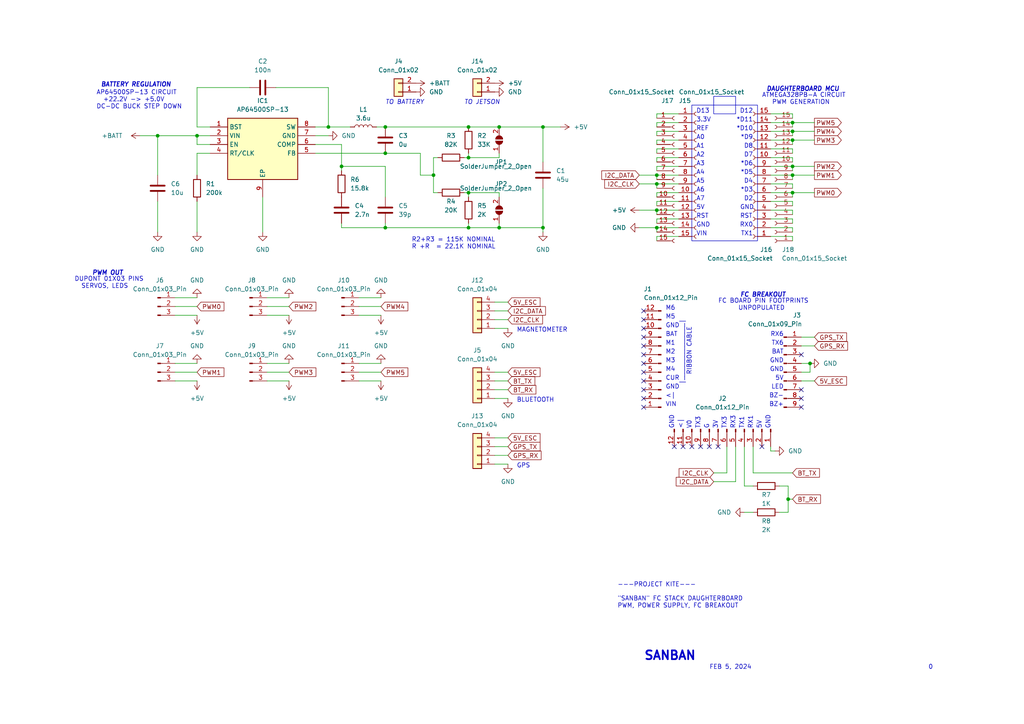
<source format=kicad_sch>
(kicad_sch (version 20230121) (generator eeschema)
  (paper "A4")
  (lib_symbols
    (symbol "Connector:Conn_01x03_Pin" (pin_names (offset 1.016) hide)
      (property "Reference" "J" (at 0 5.08 0))
      (property "Value" "Conn_01x03_Pin" (at 0 -5.08 0))
      (symbol "Conn_01x03_Pin_1_1"
        (polyline (pts (xy 1.27 -2.54) (xy 0.8636 -2.54)) (stroke (width 0.1524)))
        (polyline (pts (xy 1.27 0) (xy 0.8636 0)) (stroke (width 0.1524)))
        (polyline (pts (xy 1.27 2.54) (xy 0.8636 2.54)) (stroke (width 0.1524)))
        (rectangle (start 0.8636 -2.413) (end 0 -2.667) (stroke (width 0.1524)) (fill (type outline)))
        (rectangle (start 0.8636 0.127) (end 0 -0.127) (stroke (width 0.1524)) (fill (type outline)))
        (rectangle (start 0.8636 2.667) (end 0 2.413) (stroke (width 0.1524)) (fill (type outline)))
        (pin passive line (at 5.08 2.54 180) (length 3.81) (name "Pin_1") (number "1"))
        (pin passive line (at 5.08 0 180) (length 3.81) (name "Pin_2") (number "2"))
        (pin passive line (at 5.08 -2.54 180) (length 3.81) (name "Pin_3") (number "3"))
      )
    )
    (symbol "Connector:Conn_01x09_Pin" (pin_names (offset 1.016) hide)
      (property "Reference" "J" (at 0 12.7 0))
      (property "Value" "Conn_01x09_Pin" (at 0 -12.7 0))
      (symbol "Conn_01x09_Pin_1_1"
        (polyline (pts (xy 1.27 -10.16) (xy 0.8636 -10.16)) (stroke (width 0.1524)))
        (polyline (pts (xy 1.27 -7.62) (xy 0.8636 -7.62)) (stroke (width 0.1524)))
        (polyline (pts (xy 1.27 -5.08) (xy 0.8636 -5.08)) (stroke (width 0.1524)))
        (polyline (pts (xy 1.27 -2.54) (xy 0.8636 -2.54)) (stroke (width 0.1524)))
        (polyline (pts (xy 1.27 0) (xy 0.8636 0)) (stroke (width 0.1524)))
        (polyline (pts (xy 1.27 2.54) (xy 0.8636 2.54)) (stroke (width 0.1524)))
        (polyline (pts (xy 1.27 5.08) (xy 0.8636 5.08)) (stroke (width 0.1524)))
        (polyline (pts (xy 1.27 7.62) (xy 0.8636 7.62)) (stroke (width 0.1524)))
        (polyline (pts (xy 1.27 10.16) (xy 0.8636 10.16)) (stroke (width 0.1524)))
        (rectangle (start 0.8636 -10.033) (end 0 -10.287) (stroke (width 0.1524)) (fill (type outline)))
        (rectangle (start 0.8636 -7.493) (end 0 -7.747) (stroke (width 0.1524)) (fill (type outline)))
        (rectangle (start 0.8636 -4.953) (end 0 -5.207) (stroke (width 0.1524)) (fill (type outline)))
        (rectangle (start 0.8636 -2.413) (end 0 -2.667) (stroke (width 0.1524)) (fill (type outline)))
        (rectangle (start 0.8636 0.127) (end 0 -0.127) (stroke (width 0.1524)) (fill (type outline)))
        (rectangle (start 0.8636 2.667) (end 0 2.413) (stroke (width 0.1524)) (fill (type outline)))
        (rectangle (start 0.8636 5.207) (end 0 4.953) (stroke (width 0.1524)) (fill (type outline)))
        (rectangle (start 0.8636 7.747) (end 0 7.493) (stroke (width 0.1524)) (fill (type outline)))
        (rectangle (start 0.8636 10.287) (end 0 10.033) (stroke (width 0.1524)) (fill (type outline)))
        (pin passive line (at 5.08 10.16 180) (length 3.81) (name "Pin_1") (number "1"))
        (pin passive line (at 5.08 7.62 180) (length 3.81) (name "Pin_2") (number "2"))
        (pin passive line (at 5.08 5.08 180) (length 3.81) (name "Pin_3") (number "3"))
        (pin passive line (at 5.08 2.54 180) (length 3.81) (name "Pin_4") (number "4"))
        (pin passive line (at 5.08 0 180) (length 3.81) (name "Pin_5") (number "5"))
        (pin passive line (at 5.08 -2.54 180) (length 3.81) (name "Pin_6") (number "6"))
        (pin passive line (at 5.08 -5.08 180) (length 3.81) (name "Pin_7") (number "7"))
        (pin passive line (at 5.08 -7.62 180) (length 3.81) (name "Pin_8") (number "8"))
        (pin passive line (at 5.08 -10.16 180) (length 3.81) (name "Pin_9") (number "9"))
      )
    )
    (symbol "Connector:Conn_01x12_Pin" (pin_names (offset 1.016) hide)
      (property "Reference" "J" (at 0 15.24 0))
      (property "Value" "Conn_01x12_Pin" (at 0 -17.78 0))
      (symbol "Conn_01x12_Pin_1_1"
        (polyline (pts (xy 1.27 -15.24) (xy 0.8636 -15.24)) (stroke (width 0.1524)))
        (polyline (pts (xy 1.27 -12.7) (xy 0.8636 -12.7)) (stroke (width 0.1524)))
        (polyline (pts (xy 1.27 -10.16) (xy 0.8636 -10.16)) (stroke (width 0.1524)))
        (polyline (pts (xy 1.27 -7.62) (xy 0.8636 -7.62)) (stroke (width 0.1524)))
        (polyline (pts (xy 1.27 -5.08) (xy 0.8636 -5.08)) (stroke (width 0.1524)))
        (polyline (pts (xy 1.27 -2.54) (xy 0.8636 -2.54)) (stroke (width 0.1524)))
        (polyline (pts (xy 1.27 0) (xy 0.8636 0)) (stroke (width 0.1524)))
        (polyline (pts (xy 1.27 2.54) (xy 0.8636 2.54)) (stroke (width 0.1524)))
        (polyline (pts (xy 1.27 5.08) (xy 0.8636 5.08)) (stroke (width 0.1524)))
        (polyline (pts (xy 1.27 7.62) (xy 0.8636 7.62)) (stroke (width 0.1524)))
        (polyline (pts (xy 1.27 10.16) (xy 0.8636 10.16)) (stroke (width 0.1524)))
        (polyline (pts (xy 1.27 12.7) (xy 0.8636 12.7)) (stroke (width 0.1524)))
        (rectangle (start 0.8636 -15.113) (end 0 -15.367) (stroke (width 0.1524)) (fill (type outline)))
        (rectangle (start 0.8636 -12.573) (end 0 -12.827) (stroke (width 0.1524)) (fill (type outline)))
        (rectangle (start 0.8636 -10.033) (end 0 -10.287) (stroke (width 0.1524)) (fill (type outline)))
        (rectangle (start 0.8636 -7.493) (end 0 -7.747) (stroke (width 0.1524)) (fill (type outline)))
        (rectangle (start 0.8636 -4.953) (end 0 -5.207) (stroke (width 0.1524)) (fill (type outline)))
        (rectangle (start 0.8636 -2.413) (end 0 -2.667) (stroke (width 0.1524)) (fill (type outline)))
        (rectangle (start 0.8636 0.127) (end 0 -0.127) (stroke (width 0.1524)) (fill (type outline)))
        (rectangle (start 0.8636 2.667) (end 0 2.413) (stroke (width 0.1524)) (fill (type outline)))
        (rectangle (start 0.8636 5.207) (end 0 4.953) (stroke (width 0.1524)) (fill (type outline)))
        (rectangle (start 0.8636 7.747) (end 0 7.493) (stroke (width 0.1524)) (fill (type outline)))
        (rectangle (start 0.8636 10.287) (end 0 10.033) (stroke (width 0.1524)) (fill (type outline)))
        (rectangle (start 0.8636 12.827) (end 0 12.573) (stroke (width 0.1524)) (fill (type outline)))
        (pin passive line (at 5.08 12.7 180) (length 3.81) (name "Pin_1") (number "1"))
        (pin passive line (at 5.08 -10.16 180) (length 3.81) (name "Pin_10") (number "10"))
        (pin passive line (at 5.08 -12.7 180) (length 3.81) (name "Pin_11") (number "11"))
        (pin passive line (at 5.08 -15.24 180) (length 3.81) (name "Pin_12") (number "12"))
        (pin passive line (at 5.08 10.16 180) (length 3.81) (name "Pin_2") (number "2"))
        (pin passive line (at 5.08 7.62 180) (length 3.81) (name "Pin_3") (number "3"))
        (pin passive line (at 5.08 5.08 180) (length 3.81) (name "Pin_4") (number "4"))
        (pin passive line (at 5.08 2.54 180) (length 3.81) (name "Pin_5") (number "5"))
        (pin passive line (at 5.08 0 180) (length 3.81) (name "Pin_6") (number "6"))
        (pin passive line (at 5.08 -2.54 180) (length 3.81) (name "Pin_7") (number "7"))
        (pin passive line (at 5.08 -5.08 180) (length 3.81) (name "Pin_8") (number "8"))
        (pin passive line (at 5.08 -7.62 180) (length 3.81) (name "Pin_9") (number "9"))
      )
    )
    (symbol "Connector:Conn_01x15_Socket" (pin_names (offset 1.016) hide)
      (property "Reference" "J" (at 0 20.32 0))
      (property "Value" "Conn_01x15_Socket" (at 0 -20.32 0))
      (symbol "Conn_01x15_Socket_1_1"
        (arc (start 0 -17.272) (mid -0.5058 -17.78) (end 0 -18.288) (stroke (width 0.1524)))
        (arc (start 0 -14.732) (mid -0.5058 -15.24) (end 0 -15.748) (stroke (width 0.1524)))
        (arc (start 0 -12.192) (mid -0.5058 -12.7) (end 0 -13.208) (stroke (width 0.1524)))
        (arc (start 0 -9.652) (mid -0.5058 -10.16) (end 0 -10.668) (stroke (width 0.1524)))
        (arc (start 0 -7.112) (mid -0.5058 -7.62) (end 0 -8.128) (stroke (width 0.1524)))
        (arc (start 0 -4.572) (mid -0.5058 -5.08) (end 0 -5.588) (stroke (width 0.1524)))
        (arc (start 0 -2.032) (mid -0.5058 -2.54) (end 0 -3.048) (stroke (width 0.1524)))
        (polyline (pts (xy -1.27 -17.78) (xy -0.508 -17.78)) (stroke (width 0.1524)))
        (polyline (pts (xy -1.27 -15.24) (xy -0.508 -15.24)) (stroke (width 0.1524)))
        (polyline (pts (xy -1.27 -12.7) (xy -0.508 -12.7)) (stroke (width 0.1524)))
        (polyline (pts (xy -1.27 -10.16) (xy -0.508 -10.16)) (stroke (width 0.1524)))
        (polyline (pts (xy -1.27 -7.62) (xy -0.508 -7.62)) (stroke (width 0.1524)))
        (polyline (pts (xy -1.27 -5.08) (xy -0.508 -5.08)) (stroke (width 0.1524)))
        (polyline (pts (xy -1.27 -2.54) (xy -0.508 -2.54)) (stroke (width 0.1524)))
        (polyline (pts (xy -1.27 0) (xy -0.508 0)) (stroke (width 0.1524)))
        (polyline (pts (xy -1.27 2.54) (xy -0.508 2.54)) (stroke (width 0.1524)))
        (polyline (pts (xy -1.27 5.08) (xy -0.508 5.08)) (stroke (width 0.1524)))
        (polyline (pts (xy -1.27 7.62) (xy -0.508 7.62)) (stroke (width 0.1524)))
        (polyline (pts (xy -1.27 10.16) (xy -0.508 10.16)) (stroke (width 0.1524)))
        (polyline (pts (xy -1.27 12.7) (xy -0.508 12.7)) (stroke (width 0.1524)))
        (polyline (pts (xy -1.27 15.24) (xy -0.508 15.24)) (stroke (width 0.1524)))
        (polyline (pts (xy -1.27 17.78) (xy -0.508 17.78)) (stroke (width 0.1524)))
        (arc (start 0 0.508) (mid -0.5058 0) (end 0 -0.508) (stroke (width 0.1524)))
        (arc (start 0 3.048) (mid -0.5058 2.54) (end 0 2.032) (stroke (width 0.1524)))
        (arc (start 0 5.588) (mid -0.5058 5.08) (end 0 4.572) (stroke (width 0.1524)))
        (arc (start 0 8.128) (mid -0.5058 7.62) (end 0 7.112) (stroke (width 0.1524)))
        (arc (start 0 10.668) (mid -0.5058 10.16) (end 0 9.652) (stroke (width 0.1524)))
        (arc (start 0 13.208) (mid -0.5058 12.7) (end 0 12.192) (stroke (width 0.1524)))
        (arc (start 0 15.748) (mid -0.5058 15.24) (end 0 14.732) (stroke (width 0.1524)))
        (arc (start 0 18.288) (mid -0.5058 17.78) (end 0 17.272) (stroke (width 0.1524)))
        (pin passive line (at -5.08 17.78 0) (length 3.81) (name "Pin_1") (number "1"))
        (pin passive line (at -5.08 -5.08 0) (length 3.81) (name "Pin_10") (number "10"))
        (pin passive line (at -5.08 -7.62 0) (length 3.81) (name "Pin_11") (number "11"))
        (pin passive line (at -5.08 -10.16 0) (length 3.81) (name "Pin_12") (number "12"))
        (pin passive line (at -5.08 -12.7 0) (length 3.81) (name "Pin_13") (number "13"))
        (pin passive line (at -5.08 -15.24 0) (length 3.81) (name "Pin_14") (number "14"))
        (pin passive line (at -5.08 -17.78 0) (length 3.81) (name "Pin_15") (number "15"))
        (pin passive line (at -5.08 15.24 0) (length 3.81) (name "Pin_2") (number "2"))
        (pin passive line (at -5.08 12.7 0) (length 3.81) (name "Pin_3") (number "3"))
        (pin passive line (at -5.08 10.16 0) (length 3.81) (name "Pin_4") (number "4"))
        (pin passive line (at -5.08 7.62 0) (length 3.81) (name "Pin_5") (number "5"))
        (pin passive line (at -5.08 5.08 0) (length 3.81) (name "Pin_6") (number "6"))
        (pin passive line (at -5.08 2.54 0) (length 3.81) (name "Pin_7") (number "7"))
        (pin passive line (at -5.08 0 0) (length 3.81) (name "Pin_8") (number "8"))
        (pin passive line (at -5.08 -2.54 0) (length 3.81) (name "Pin_9") (number "9"))
      )
    )
    (symbol "Connector_Generic:Conn_01x02" (pin_names (offset 1.016) hide)
      (property "Reference" "J" (at 0 2.54 0))
      (property "Value" "Conn_01x02" (at 0 -5.08 0))
      (symbol "Conn_01x02_1_1"
        (rectangle (start -1.27 -2.413) (end 0 -2.667) (stroke (width 0.1524)))
        (rectangle (start -1.27 0.127) (end 0 -0.127) (stroke (width 0.1524)))
        (rectangle (start -1.27 1.27) (end 1.27 -3.81) (stroke (width 0.254)) (fill (type background)))
        (pin passive line (at -5.08 0 0) (length 3.81) (name "Pin_1") (number "1"))
        (pin passive line (at -5.08 -2.54 0) (length 3.81) (name "Pin_2") (number "2"))
      )
    )
    (symbol "Connector_Generic:Conn_01x04" (pin_names (offset 1.016) hide)
      (property "Reference" "J" (at 0 5.08 0))
      (property "Value" "Conn_01x04" (at 0 -7.62 0))
      (symbol "Conn_01x04_1_1"
        (rectangle (start -1.27 -4.953) (end 0 -5.207) (stroke (width 0.1524)))
        (rectangle (start -1.27 -2.413) (end 0 -2.667) (stroke (width 0.1524)))
        (rectangle (start -1.27 0.127) (end 0 -0.127) (stroke (width 0.1524)))
        (rectangle (start -1.27 2.667) (end 0 2.413) (stroke (width 0.1524)))
        (rectangle (start -1.27 3.81) (end 1.27 -6.35) (stroke (width 0.254)) (fill (type background)))
        (pin passive line (at -5.08 2.54 0) (length 3.81) (name "Pin_1") (number "1"))
        (pin passive line (at -5.08 0 0) (length 3.81) (name "Pin_2") (number "2"))
        (pin passive line (at -5.08 -2.54 0) (length 3.81) (name "Pin_3") (number "3"))
        (pin passive line (at -5.08 -5.08 0) (length 3.81) (name "Pin_4") (number "4"))
      )
    )
    (symbol "Device:C" (pin_numbers hide) (pin_names (offset 0.254))
      (property "Reference" "C" (at 0.635 2.54 0))
      (property "Value" "C" (at 0.635 -2.54 0))
      (symbol "C_0_1"
        (polyline (pts (xy -2.032 -0.762) (xy 2.032 -0.762)) (stroke (width 0.508)))
        (polyline (pts (xy -2.032 0.762) (xy 2.032 0.762)) (stroke (width 0.508)))
      )
      (symbol "C_1_1"
        (pin passive line (at 0 3.81 270) (length 2.794) (name "~") (number "1"))
        (pin passive line (at 0 -3.81 90) (length 2.794) (name "~") (number "2"))
      )
    )
    (symbol "Device:L" (pin_numbers hide) (pin_names (offset 1.016) hide)
      (property "Reference" "L" (at -1.27 0 90))
      (property "Value" "L" (at 1.905 0 90))
      (symbol "L_0_1"
        (arc (start 0 -2.54) (mid 0.6323 -1.905) (end 0 -1.27))
        (arc (start 0 -1.27) (mid 0.6323 -0.635) (end 0 0))
        (arc (start 0 0) (mid 0.6323 0.635) (end 0 1.27))
        (arc (start 0 1.27) (mid 0.6323 1.905) (end 0 2.54))
      )
      (symbol "L_1_1"
        (pin passive line (at 0 3.81 270) (length 1.27) (name "1") (number "1"))
        (pin passive line (at 0 -3.81 90) (length 1.27) (name "2") (number "2"))
      )
    )
    (symbol "Device:R" (pin_numbers hide) (pin_names (offset 0))
      (property "Reference" "R" (at 2.032 0 90))
      (property "Value" "R" (at 0 0 90))
      (symbol "R_0_1"
        (rectangle (start -1.016 -2.54) (end 1.016 2.54) (stroke (width 0.254)))
      )
      (symbol "R_1_1"
        (pin passive line (at 0 3.81 270) (length 1.27) (name "~") (number "1"))
        (pin passive line (at 0 -3.81 90) (length 1.27) (name "~") (number "2"))
      )
    )
    (symbol "Jumper:SolderJumper_2_Open" (pin_names (offset 0) hide)
      (property "Reference" "JP" (at 0 2.032 0))
      (property "Value" "SolderJumper_2_Open" (at 0 -2.54 0))
      (symbol "SolderJumper_2_Open_0_1"
        (arc (start -0.254 1.016) (mid -1.2656 0) (end -0.254 -1.016))
        (arc (start -0.254 1.016) (mid -1.2656 0) (end -0.254 -1.016) (fill (type outline)))
        (polyline (pts (xy -0.254 1.016) (xy -0.254 -1.016)))
        (polyline (pts (xy 0.254 1.016) (xy 0.254 -1.016)))
        (arc (start 0.254 -1.016) (mid 1.2656 0) (end 0.254 1.016))
        (arc (start 0.254 -1.016) (mid 1.2656 0) (end 0.254 1.016) (fill (type outline)))
      )
      (symbol "SolderJumper_2_Open_1_1"
        (pin passive line (at -3.81 0 0) (length 2.54) (name "A") (number "1"))
        (pin passive line (at 3.81 0 180) (length 2.54) (name "B") (number "2"))
      )
    )
    (symbol "SanBanLibrary:AP64500SP-13"
      (property "Reference" "IC" (at 26.67 7.62 0))
      (property "Value" "AP64500SP-13" (at 26.67 5.08 0))
      (symbol "AP64500SP-13_1_1"
        (rectangle (start 5.08 2.54) (end 25.4 -15.24) (stroke (width 0.254)) (fill (type background)))
        (pin passive line (at 0 0 0) (length 5.08) (name "BST") (number "1"))
        (pin passive line (at 0 -2.54 0) (length 5.08) (name "VIN") (number "2"))
        (pin passive line (at 0 -5.08 0) (length 5.08) (name "EN") (number "3"))
        (pin passive line (at 0 -7.62 0) (length 5.08) (name "RT/CLK") (number "4"))
        (pin passive line (at 30.48 -7.62 180) (length 5.08) (name "FB") (number "5"))
        (pin passive line (at 30.48 -5.08 180) (length 5.08) (name "COMP") (number "6"))
        (pin passive line (at 30.48 -2.54 180) (length 5.08) (name "GND") (number "7"))
        (pin passive line (at 30.48 0 180) (length 5.08) (name "SW") (number "8"))
        (pin passive line (at 15.24 -20.32 90) (length 5.08) (name "EP") (number "9"))
      )
    )
    (symbol "power:+5V" (power) (pin_names (offset 0))
      (property "Value" "+5V" (at 0 3.556 0))
      (symbol "+5V_0_1"
        (polyline (pts (xy -0.762 1.27) (xy 0 2.54)))
        (polyline (pts (xy 0 0) (xy 0 2.54)))
        (polyline (pts (xy 0 2.54) (xy 0.762 1.27)))
      )
      (symbol "+5V_1_1"
        (pin power_in line (at 0 0 90) (length 0) hide (name "+5V") (number "1"))
      )
    )
    (symbol "power:+BATT" (power) (pin_names (offset 0))
      (property "Value" "+BATT" (at 0 3.556 0))
      (symbol "+BATT_0_1"
        (polyline (pts (xy -0.762 1.27) (xy 0 2.54)))
        (polyline (pts (xy 0 0) (xy 0 2.54)))
        (polyline (pts (xy 0 2.54) (xy 0.762 1.27)))
      )
      (symbol "+BATT_1_1"
        (pin power_in line (at 0 0 90) (length 0) hide (name "+BATT") (number "1"))
      )
    )
    (symbol "power:GND" (power) (pin_names (offset 0))
      (property "Value" "GND" (at 0 -3.81 0))
      (symbol "GND_0_1"
        (polyline (pts (xy 0 0) (xy 0 -1.27) (xy 1.27 -1.27) (xy 0 -2.54) (xy -1.27 -1.27) (xy 0 -1.27)))
      )
      (symbol "GND_1_1"
        (pin power_in line (at 0 0 270) (length 0) hide (name "GND") (number "1"))
      )
    )
  )
  (junction (at 111.76 36.83))
  (junction (at 99.06 48.26))
  (junction (at 111.76 44.45))
  (junction (at 190.5 66.04))
  (junction (at 190.5 50.8))
  (junction (at 229.87 55.88))
  (junction (at 135.89 45.72))
  (junction (at 229.87 50.8))
  (junction (at 135.89 36.83))
  (junction (at 111.76 66.04))
  (junction (at 229.87 40.64))
  (junction (at 135.89 66.04))
  (junction (at 190.5 60.96))
  (junction (at 144.78 36.83))
  (junction (at 144.78 66.04))
  (junction (at 57.15 39.37))
  (junction (at 229.87 38.1))
  (junction (at 45.72 39.37))
  (junction (at 157.48 36.83))
  (junction (at 229.87 48.26))
  (junction (at 125.73 50.8))
  (junction (at 229.87 35.56))
  (junction (at 234.95 105.41))
  (junction (at 157.48 66.04))
  (junction (at 135.89 55.88))
  (junction (at 228.6 144.78))
  (junction (at 190.5 53.34))
  (junction (at 95.25 36.83))
  (no_connect (at 186.69 107.95))
  (no_connect (at 198.12 129.54))
  (no_connect (at 220.98 129.54))
  (no_connect (at 186.69 115.57))
  (no_connect (at 232.41 102.87))
  (no_connect (at 186.69 105.41))
  (no_connect (at 200.66 129.54))
  (no_connect (at 208.28 129.54))
  (no_connect (at 186.69 92.71))
  (no_connect (at 205.74 129.54))
  (no_connect (at 186.69 118.11))
  (no_connect (at 186.69 100.33))
  (no_connect (at 186.69 90.17))
  (no_connect (at 186.69 102.87))
  (no_connect (at 186.69 113.03))
  (no_connect (at 195.58 129.54))
  (no_connect (at 203.2 129.54))
  (no_connect (at 186.69 95.25))
  (no_connect (at 232.41 113.03))
  (no_connect (at 232.41 115.57))
  (no_connect (at 186.69 110.49))
  (no_connect (at 186.69 97.79))
  (no_connect (at 232.41 118.11))
  (wire (pts (xy 228.6 144.78) (xy 229.87 144.78)))
  (wire (pts (xy 135.89 44.45) (xy 135.89 45.72)))
  (wire (pts (xy 144.78 64.77) (xy 144.78 66.04)))
  (wire (pts (xy 196.85 45.72) (xy 190.5 45.72)))
  (wire (pts (xy 143.51 87.63) (xy 147.32 87.63)))
  (wire (pts (xy 229.87 53.34) (xy 223.52 53.34)))
  (wire (pts (xy 196.85 55.88) (xy 190.5 55.88)))
  (wire (pts (xy 234.95 105.41) (xy 234.95 107.95)))
  (wire (pts (xy 57.15 41.91) (xy 60.96 41.91)))
  (wire (pts (xy 50.8 86.36) (xy 57.15 86.36)))
  (wire (pts (xy 210.82 129.54) (xy 210.82 137.16)))
  (wire (pts (xy 213.36 139.7) (xy 207.01 139.7)))
  (wire (pts (xy 190.5 55.88) (xy 190.5 57.15)))
  (wire (pts (xy 91.44 44.45) (xy 111.76 44.45)))
  (wire (pts (xy 185.42 60.96) (xy 190.5 60.96)))
  (wire (pts (xy 45.72 39.37) (xy 45.72 50.8)))
  (wire (pts (xy 91.44 39.37) (xy 95.25 39.37)))
  (wire (pts (xy 157.48 36.83) (xy 162.56 36.83)))
  (wire (pts (xy 144.78 44.45) (xy 144.78 45.72)))
  (wire (pts (xy 143.51 107.95) (xy 147.32 107.95)))
  (wire (pts (xy 50.8 91.44) (xy 57.15 91.44)))
  (wire (pts (xy 218.44 137.16) (xy 218.44 129.54)))
  (wire (pts (xy 104.14 91.44) (xy 110.49 91.44)))
  (wire (pts (xy 104.14 86.36) (xy 110.49 86.36)))
  (wire (pts (xy 57.15 58.42) (xy 57.15 67.31)))
  (wire (pts (xy 190.5 60.96) (xy 190.5 62.23)))
  (wire (pts (xy 40.64 39.37) (xy 45.72 39.37)))
  (wire (pts (xy 125.73 45.72) (xy 125.73 50.8)))
  (wire (pts (xy 196.85 50.8) (xy 190.5 50.8)))
  (wire (pts (xy 104.14 88.9) (xy 110.49 88.9)))
  (wire (pts (xy 229.87 60.96) (xy 229.87 62.23)))
  (wire (pts (xy 223.52 66.04) (xy 229.87 66.04)))
  (wire (pts (xy 143.51 115.57) (xy 147.32 115.57)))
  (wire (pts (xy 228.6 140.97) (xy 228.6 144.78)))
  (wire (pts (xy 226.06 148.59) (xy 228.6 148.59)))
  (wire (pts (xy 45.72 58.42) (xy 45.72 67.31)))
  (wire (pts (xy 213.36 129.54) (xy 213.36 139.7)))
  (wire (pts (xy 135.89 55.88) (xy 134.62 55.88)))
  (wire (pts (xy 215.9 148.59) (xy 218.44 148.59)))
  (wire (pts (xy 109.22 36.83) (xy 111.76 36.83)))
  (wire (pts (xy 144.78 57.15) (xy 144.78 55.88)))
  (wire (pts (xy 121.92 50.8) (xy 125.73 50.8)))
  (wire (pts (xy 143.51 110.49) (xy 147.32 110.49)))
  (wire (pts (xy 134.62 45.72) (xy 135.89 45.72)))
  (wire (pts (xy 232.41 97.79) (xy 236.22 97.79)))
  (wire (pts (xy 77.47 91.44) (xy 83.82 91.44)))
  (wire (pts (xy 196.85 63.5) (xy 190.5 63.5)))
  (wire (pts (xy 223.52 129.54) (xy 223.52 130.81)))
  (wire (pts (xy 77.47 105.41) (xy 83.82 105.41)))
  (wire (pts (xy 77.47 107.95) (xy 83.82 107.95)))
  (wire (pts (xy 57.15 39.37) (xy 60.96 39.37)))
  (wire (pts (xy 143.51 113.03) (xy 147.32 113.03)))
  (wire (pts (xy 226.06 140.97) (xy 228.6 140.97)))
  (wire (pts (xy 223.52 50.8) (xy 229.87 50.8)))
  (wire (pts (xy 223.52 48.26) (xy 229.87 48.26)))
  (wire (pts (xy 135.89 64.77) (xy 135.89 66.04)))
  (wire (pts (xy 125.73 55.88) (xy 127 55.88)))
  (wire (pts (xy 111.76 64.77) (xy 111.76 66.04)))
  (wire (pts (xy 229.87 50.8) (xy 229.87 52.07)))
  (wire (pts (xy 229.87 137.16) (xy 218.44 137.16)))
  (wire (pts (xy 104.14 110.49) (xy 110.49 110.49)))
  (wire (pts (xy 232.41 100.33) (xy 236.22 100.33)))
  (wire (pts (xy 57.15 36.83) (xy 60.96 36.83)))
  (wire (pts (xy 232.41 107.95) (xy 234.95 107.95)))
  (wire (pts (xy 144.78 36.83) (xy 157.48 36.83)))
  (wire (pts (xy 157.48 36.83) (xy 157.48 46.99)))
  (wire (pts (xy 111.76 44.45) (xy 121.92 44.45)))
  (wire (pts (xy 196.85 40.64) (xy 190.5 40.64)))
  (wire (pts (xy 229.87 45.72) (xy 229.87 46.99)))
  (wire (pts (xy 190.5 63.5) (xy 190.5 64.77)))
  (wire (pts (xy 127 45.72) (xy 125.73 45.72)))
  (wire (pts (xy 144.78 66.04) (xy 157.48 66.04)))
  (wire (pts (xy 91.44 36.83) (xy 95.25 36.83)))
  (wire (pts (xy 99.06 48.26) (xy 99.06 49.53)))
  (wire (pts (xy 223.52 40.64) (xy 229.87 40.64)))
  (wire (pts (xy 135.89 57.15) (xy 135.89 55.88)))
  (wire (pts (xy 144.78 45.72) (xy 135.89 45.72)))
  (wire (pts (xy 196.85 60.96) (xy 190.5 60.96)))
  (wire (pts (xy 196.85 38.1) (xy 190.5 38.1)))
  (wire (pts (xy 223.52 33.02) (xy 229.87 33.02)))
  (wire (pts (xy 185.42 66.04) (xy 190.5 66.04)))
  (wire (pts (xy 104.14 105.41) (xy 110.49 105.41)))
  (wire (pts (xy 229.87 54.61) (xy 229.87 53.34)))
  (wire (pts (xy 223.52 58.42) (xy 229.87 58.42)))
  (wire (pts (xy 215.9 129.54) (xy 215.9 140.97)))
  (wire (pts (xy 190.5 38.1) (xy 190.5 39.37)))
  (wire (pts (xy 157.48 54.61) (xy 157.48 66.04)))
  (wire (pts (xy 143.51 134.62) (xy 147.32 134.62)))
  (wire (pts (xy 185.42 53.34) (xy 190.5 53.34)))
  (wire (pts (xy 190.5 50.8) (xy 190.5 52.07)))
  (wire (pts (xy 99.06 66.04) (xy 111.76 66.04)))
  (wire (pts (xy 223.52 38.1) (xy 229.87 38.1)))
  (wire (pts (xy 57.15 25.4) (xy 57.15 36.83)))
  (wire (pts (xy 57.15 44.45) (xy 57.15 50.8)))
  (wire (pts (xy 229.87 50.8) (xy 236.22 50.8)))
  (wire (pts (xy 121.92 44.45) (xy 121.92 50.8)))
  (wire (pts (xy 196.85 68.58) (xy 190.5 68.58)))
  (wire (pts (xy 135.89 66.04) (xy 144.78 66.04)))
  (wire (pts (xy 229.87 38.1) (xy 236.22 38.1)))
  (wire (pts (xy 185.42 50.8) (xy 190.5 50.8)))
  (wire (pts (xy 111.76 66.04) (xy 135.89 66.04)))
  (wire (pts (xy 99.06 48.26) (xy 111.76 48.26)))
  (wire (pts (xy 190.5 58.42) (xy 190.5 59.69)))
  (wire (pts (xy 57.15 39.37) (xy 57.15 41.91)))
  (wire (pts (xy 228.6 148.59) (xy 228.6 144.78)))
  (wire (pts (xy 143.51 95.25) (xy 147.32 95.25)))
  (wire (pts (xy 223.52 60.96) (xy 229.87 60.96)))
  (wire (pts (xy 215.9 140.97) (xy 218.44 140.97)))
  (wire (pts (xy 229.87 55.88) (xy 229.87 57.15)))
  (wire (pts (xy 223.52 130.81) (xy 224.79 130.81)))
  (wire (pts (xy 95.25 36.83) (xy 101.6 36.83)))
  (wire (pts (xy 232.41 105.41) (xy 234.95 105.41)))
  (wire (pts (xy 229.87 38.1) (xy 229.87 39.37)))
  (wire (pts (xy 190.5 68.58) (xy 190.5 69.85)))
  (wire (pts (xy 196.85 66.04) (xy 190.5 66.04)))
  (wire (pts (xy 143.51 90.17) (xy 147.32 90.17)))
  (wire (pts (xy 125.73 50.8) (xy 125.73 55.88)))
  (wire (pts (xy 190.5 43.18) (xy 190.5 44.45)))
  (wire (pts (xy 196.85 35.56) (xy 190.5 35.56)))
  (wire (pts (xy 196.85 43.18) (xy 190.5 43.18)))
  (wire (pts (xy 135.89 36.83) (xy 144.78 36.83)))
  (wire (pts (xy 223.52 35.56) (xy 229.87 35.56)))
  (wire (pts (xy 50.8 105.41) (xy 57.15 105.41)))
  (wire (pts (xy 229.87 40.64) (xy 236.22 40.64)))
  (wire (pts (xy 190.5 48.26) (xy 190.5 49.53)))
  (wire (pts (xy 190.5 40.64) (xy 190.5 41.91)))
  (wire (pts (xy 190.5 33.02) (xy 190.5 34.29)))
  (wire (pts (xy 111.76 36.83) (xy 135.89 36.83)))
  (wire (pts (xy 77.47 110.49) (xy 83.82 110.49)))
  (wire (pts (xy 229.87 58.42) (xy 229.87 59.69)))
  (wire (pts (xy 190.5 53.34) (xy 190.5 54.61)))
  (wire (pts (xy 143.51 92.71) (xy 147.32 92.71)))
  (wire (pts (xy 143.51 129.54) (xy 147.32 129.54)))
  (wire (pts (xy 190.5 35.56) (xy 190.5 36.83)))
  (wire (pts (xy 50.8 107.95) (xy 57.15 107.95)))
  (wire (pts (xy 190.5 66.04) (xy 190.5 67.31)))
  (wire (pts (xy 77.47 86.36) (xy 83.82 86.36)))
  (wire (pts (xy 60.96 44.45) (xy 57.15 44.45)))
  (wire (pts (xy 190.5 45.72) (xy 190.5 46.99)))
  (wire (pts (xy 104.14 107.95) (xy 110.49 107.95)))
  (wire (pts (xy 72.39 25.4) (xy 57.15 25.4)))
  (wire (pts (xy 99.06 41.91) (xy 99.06 48.26)))
  (wire (pts (xy 143.51 127) (xy 147.32 127)))
  (wire (pts (xy 229.87 63.5) (xy 229.87 64.77)))
  (wire (pts (xy 229.87 33.02) (xy 229.87 34.29)))
  (wire (pts (xy 229.87 68.58) (xy 229.87 69.85)))
  (wire (pts (xy 229.87 40.64) (xy 229.87 41.91)))
  (wire (pts (xy 232.41 110.49) (xy 236.22 110.49)))
  (wire (pts (xy 229.87 35.56) (xy 236.22 35.56)))
  (wire (pts (xy 196.85 58.42) (xy 190.5 58.42)))
  (wire (pts (xy 223.52 43.18) (xy 229.87 43.18)))
  (wire (pts (xy 157.48 67.31) (xy 157.48 66.04)))
  (wire (pts (xy 196.85 33.02) (xy 190.5 33.02)))
  (wire (pts (xy 80.01 25.4) (xy 95.25 25.4)))
  (wire (pts (xy 229.87 44.45) (xy 229.87 43.18)))
  (wire (pts (xy 50.8 88.9) (xy 57.15 88.9)))
  (wire (pts (xy 91.44 41.91) (xy 99.06 41.91)))
  (wire (pts (xy 99.06 64.77) (xy 99.06 66.04)))
  (wire (pts (xy 223.52 68.58) (xy 229.87 68.58)))
  (wire (pts (xy 50.8 110.49) (xy 57.15 110.49)))
  (wire (pts (xy 95.25 25.4) (xy 95.25 36.83)))
  (wire (pts (xy 229.87 55.88) (xy 236.22 55.88)))
  (wire (pts (xy 229.87 48.26) (xy 236.22 48.26)))
  (wire (pts (xy 229.87 66.04) (xy 229.87 67.31)))
  (wire (pts (xy 45.72 39.37) (xy 57.15 39.37)))
  (wire (pts (xy 111.76 48.26) (xy 111.76 57.15)))
  (wire (pts (xy 229.87 48.26) (xy 229.87 49.53)))
  (wire (pts (xy 223.52 45.72) (xy 229.87 45.72)))
  (wire (pts (xy 196.85 53.34) (xy 190.5 53.34)))
  (wire (pts (xy 76.2 67.31) (xy 76.2 57.15)))
  (wire (pts (xy 223.52 55.88) (xy 229.87 55.88)))
  (wire (pts (xy 143.51 132.08) (xy 147.32 132.08)))
  (wire (pts (xy 210.82 137.16) (xy 207.01 137.16)))
  (wire (pts (xy 196.85 48.26) (xy 190.5 48.26)))
  (wire (pts (xy 229.87 35.56) (xy 229.87 36.83)))
  (wire (pts (xy 223.52 63.5) (xy 229.87 63.5)))
  (wire (pts (xy 77.47 88.9) (xy 83.82 88.9)))
  (wire (pts (xy 144.78 55.88) (xy 135.89 55.88)))
  (rectangle (start 207.01 27.94) (end 213.36 33.02))
  (rectangle (start 200.66 30.48) (end 219.71 69.85))
  (text "M6" (at 193.04 90.17 0) (effects (font (size 1.27 1.27)) (justify left bottom)))
  (text "*D9" (at 218.44 40.64 0) (effects (font (size 1.27 1.27)) (justify right bottom)))
  (text "M4" (at 193.04 107.95 0) (effects (font (size 1.27 1.27)) (justify left bottom)))
  (text "TX3" (at 203.2 124.46 90) (effects (font (size 1.27 1.27)) (justify left bottom)))
  (text "GPS" (at 149.86 135.89 0) (effects (font (size 1.27 1.27)) (justify left bottom)))
  (text "R2+R3 = 115K NOMINAL\nR +R  = 22.1K NOMINAL" (at 119.38 72.39 0) (effects (font (size 1.27 1.27)) (justify left bottom)))
  (text "0" (at 269.24 194.31 0) (effects (font (size 1.27 1.27)) (justify left bottom)))
  (text "GND" (at 193.04 113.03 0) (effects (font (size 1.27 1.27)) (justify left bottom)))
  (text "DUPONT 01X03 PINS\n  SERVOS, LEDS" (at 21.59 83.82 0) (effects (font (size 1.27 1.27)) (justify left bottom)))
  (text "3.3V" (at 201.93 35.56 0) (effects (font (size 1.27 1.27)) (justify left bottom)))
  (text "MAGNETOMETER" (at 149.86 96.52 0) (effects (font (size 1.27 1.27)) (justify left bottom)))
  (text "*D11" (at 218.44 35.56 0) (effects (font (size 1.27 1.27)) (justify right bottom)))
  (text "D8" (at 218.44 43.18 0) (effects (font (size 1.27 1.27)) (justify right bottom)))
  (text "CUR" (at 193.04 110.49 0) (effects (font (size 1.27 1.27)) (justify left bottom)))
  (text "M5" (at 193.04 92.71 0) (effects (font (size 1.27 1.27)) (justify left bottom)))
  (text "GND" (at 195.58 124.46 90) (effects (font (size 1.27 1.27)) (justify left bottom)))
  (text "LED" (at 227.33 113.03 0) (effects (font (size 1.27 1.27)) (justify right bottom)))
  (text "RX6" (at 227.33 97.79 0) (effects (font (size 1.27 1.27)) (justify right bottom)))
  (text "D7" (at 218.44 45.72 0) (effects (font (size 1.27 1.27)) (justify right bottom)))
  (text "*D5" (at 218.44 50.8 0) (effects (font (size 1.27 1.27)) (justify right bottom)))
  (text "A0" (at 201.93 40.64 0) (effects (font (size 1.27 1.27)) (justify left bottom)))
  (text "RST" (at 214.63 63.5 0) (effects (font (size 1.27 1.27)) (justify left bottom)))
  (text "GND" (at 227.33 107.95 0) (effects (font (size 1.27 1.27)) (justify right bottom)))
  (text "5V" (at 201.93 60.96 0) (effects (font (size 1.27 1.27)) (justify left bottom)))
  (text "A2" (at 201.93 45.72 0) (effects (font (size 1.27 1.27)) (justify left bottom)))
  (text "BAT" (at 227.33 102.87 0) (effects (font (size 1.27 1.27)) (justify right bottom)))
  (text "A6" (at 201.93 55.88 0) (effects (font (size 1.27 1.27)) (justify left bottom)))
  (text "|_________________|\n   RIBBON CABLE\n" (at 200.66 111.76 90) (effects (font (size 1.27 1.27)) (justify left bottom)))
  (text "TX1" (at 218.44 68.58 0) (effects (font (size 1.27 1.27)) (justify right bottom)))
  (text "A1" (at 201.93 43.18 0) (effects (font (size 1.27 1.27)) (justify left bottom)))
  (text "V0" (at 200.66 124.46 90) (effects (font (size 1.27 1.27)) (justify left bottom)))
  (text "DAUGHTERBOARD MCU" (at 222.25 26.67 0) (effects (font (size 1.27 1.27) bold italic) (justify left bottom)))
  (text "GND" (at 214.63 60.96 0) (effects (font (size 1.27 1.27)) (justify left bottom)))
  (text "3V" (at 208.28 124.46 90) (effects (font (size 1.27 1.27)) (justify left bottom)))
  (text "D12" (at 218.44 33.02 0) (effects (font (size 1.27 1.27)) (justify right bottom)))
  (text "VIN" (at 193.04 118.11 0) (effects (font (size 1.27 1.27)) (justify left bottom)))
  (text "RX3" (at 213.36 124.46 90) (effects (font (size 1.27 1.27)) (justify left bottom)))
  (text "*D3" (at 218.44 55.88 0) (effects (font (size 1.27 1.27)) (justify right bottom)))
  (text "AP64500SP-13 CIRCUIT\n  +22.2V -> +5.0V\nDC-DC BUCK STEP DOWN" (at 27.94 31.75 0) (effects (font (size 1.27 1.27)) (justify left bottom)))
  (text "REF" (at 201.93 38.1 0) (effects (font (size 1.27 1.27)) (justify left bottom)))
  (text "VIN" (at 201.93 68.58 0) (effects (font (size 1.27 1.27)) (justify left bottom)))
  (text "PWM OUT" (at 26.67 80.01 0) (effects (font (size 1.27 1.27) (thickness 0.254) bold italic) (justify left bottom)))
  (text "BZ-" (at 227.33 115.57 0) (effects (font (size 1.27 1.27)) (justify right bottom)))
  (text "5V" (at 227.33 110.49 0) (effects (font (size 1.27 1.27)) (justify right bottom)))
  (text "GND" (at 201.93 66.04 0) (effects (font (size 1.27 1.27)) (justify left bottom)))
  (text "FC BREAKOUT" (at 214.63 86.36 0) (effects (font (size 1.27 1.27) (thickness 0.254) bold italic) (justify left bottom)))
  (text "FEB 5, 2024" (at 205.74 194.31 0) (effects (font (size 1.27 1.27)) (justify left bottom)))
  (text "<|" (at 198.12 124.46 90) (effects (font (size 1.27 1.27)) (justify left bottom)))
  (text "M1" (at 193.04 100.33 0) (effects (font (size 1.27 1.27)) (justify left bottom)))
  (text "---PROJECT KITE---\n\n\"SANBAN\" FC STACK DAUGHTERBOARD\nPWM, POWER SUPPLY, FC BREAKOUT" (at 179.07 176.53 0) (effects (font (size 1.27 1.27)) (justify left bottom)))
  (text "A7" (at 201.93 58.42 0) (effects (font (size 1.27 1.27)) (justify left bottom)))
  (text "BLUETOOTH" (at 149.86 116.84 0) (effects (font (size 1.27 1.27)) (justify left bottom)))
  (text "G" (at 205.74 124.46 90) (effects (font (size 1.27 1.27)) (justify left bottom)))
  (text "GND" (at 227.33 105.41 0) (effects (font (size 1.27 1.27)) (justify right bottom)))
  (text "D13" (at 201.93 33.02 0) (effects (font (size 1.27 1.27)) (justify left bottom)))
  (text "TX1" (at 215.9 124.46 90) (effects (font (size 1.27 1.27)) (justify left bottom)))
  (text "GND" (at 193.04 95.25 0) (effects (font (size 1.27 1.27)) (justify left bottom)))
  (text "TO JETSON" (at 134.62 30.48 0) (effects (font (size 1.27 1.27) italic) (justify left bottom)))
  (text "TX6" (at 227.33 100.33 0) (effects (font (size 1.27 1.27)) (justify right bottom)))
  (text "FC BOARD PIN FOOTPRINTS\n      UNPOPULATED" (at 208.28 90.17 0) (effects (font (size 1.27 1.27)) (justify left bottom)))
  (text "*D6" (at 218.44 48.26 0) (effects (font (size 1.27 1.27)) (justify right bottom)))
  (text "D2" (at 218.44 58.42 0) (effects (font (size 1.27 1.27)) (justify right bottom)))
  (text "ATMEGA328PB-A CIRCUIT\n   PWM GENERATION" (at 220.98 30.48 0) (effects (font (size 1.27 1.27)) (justify left bottom)))
  (text "RX1" (at 218.44 124.46 90) (effects (font (size 1.27 1.27)) (justify left bottom)))
  (text "TO BATTERY" (at 111.76 30.48 0) (effects (font (size 1.27 1.27) italic) (justify left bottom)))
  (text "TX3" (at 210.82 124.46 90) (effects (font (size 1.27 1.27)) (justify left bottom)))
  (text "BZ+" (at 227.33 118.11 0) (effects (font (size 1.27 1.27)) (justify right bottom)))
  (text "A4" (at 201.93 50.8 0) (effects (font (size 1.27 1.27)) (justify left bottom)))
  (text "M3" (at 193.04 105.41 0) (effects (font (size 1.27 1.27)) (justify left bottom)))
  (text "M2" (at 193.04 102.87 0) (effects (font (size 1.27 1.27)) (justify left bottom)))
  (text "*D10" (at 218.44 38.1 0) (effects (font (size 1.27 1.27)) (justify right bottom)))
  (text "BATTERY REGULATION" (at 29.21 25.4 0) (effects (font (size 1.27 1.27) (thickness 0.254) bold italic) (justify left bottom)))
  (text "D4" (at 218.44 53.34 0) (effects (font (size 1.27 1.27)) (justify right bottom)))
  (text "RX0" (at 218.44 66.04 0) (effects (font (size 1.27 1.27)) (justify right bottom)))
  (text "A3" (at 201.93 48.26 0) (effects (font (size 1.27 1.27)) (justify left bottom)))
  (text "BAT" (at 193.04 97.79 0) (effects (font (size 1.27 1.27)) (justify left bottom)))
  (text "SANBAN" (at 186.69 191.77 0) (effects (font (size 2.54 2.54) (thickness 0.508) bold) (justify left bottom)))
  (text "<|" (at 193.04 115.57 0) (effects (font (size 1.27 1.27)) (justify left bottom)))
  (text "5V" (at 220.98 124.46 90) (effects (font (size 1.27 1.27)) (justify left bottom)))
  (text "GND" (at 223.52 124.46 90) (effects (font (size 1.27 1.27)) (justify left bottom)))
  (text "RST" (at 201.93 63.5 0) (effects (font (size 1.27 1.27)) (justify left bottom)))
  (text "A5" (at 201.93 53.34 0) (effects (font (size 1.27 1.27)) (justify left bottom)))
  (global_label "I2C_DATA" (shape input) (at 207.01 139.7 180) (property "Intersheetrefs" "${INTERSHEET_REFS}" (effects hide)))
  (global_label "I2C_CLK" (shape input) (at 185.42 53.34 180) (property "Intersheetrefs" "${INTERSHEET_REFS}" (effects hide)))
  (global_label "I2C_CLK" (shape input) (at 147.32 92.71 0) (property "Intersheetrefs" "${INTERSHEET_REFS}" (effects hide)))
  (global_label "GPS_RX" (shape input) (at 147.32 132.08 0) (property "Intersheetrefs" "${INTERSHEET_REFS}" (effects hide)))
  (global_label "I2C_CLK" (shape input) (at 207.01 137.16 180) (property "Intersheetrefs" "${INTERSHEET_REFS}" (effects hide)))
  (global_label "5V_ESC" (shape input) (at 147.32 107.95 0) (property "Intersheetrefs" "${INTERSHEET_REFS}" (effects hide)))
  (global_label "5V_ESC" (shape input) (at 147.32 87.63 0) (property "Intersheetrefs" "${INTERSHEET_REFS}" (effects hide)))
  (global_label "GPS_TX" (shape input) (at 147.32 129.54 0) (property "Intersheetrefs" "${INTERSHEET_REFS}" (effects hide)))
  (global_label "GPS_TX" (shape input) (at 236.22 97.79 0) (property "Intersheetrefs" "${INTERSHEET_REFS}" (effects hide)))
  (global_label "PWM2" (shape input) (at 83.82 88.9 0) (property "Intersheetrefs" "${INTERSHEET_REFS}" (effects hide)))
  (global_label "5V_ESC" (shape input) (at 236.22 110.49 0) (property "Intersheetrefs" "${INTERSHEET_REFS}" (effects hide)))
  (global_label "PWM5" (shape output) (at 236.22 35.56 0) (property "Intersheetrefs" "${INTERSHEET_REFS}" (effects hide)))
  (global_label "BT_RX" (shape input) (at 229.87 144.78 0) (property "Intersheetrefs" "${INTERSHEET_REFS}" (effects hide)))
  (global_label "BT_RX" (shape input) (at 147.32 113.03 0) (property "Intersheetrefs" "${INTERSHEET_REFS}" (effects hide)))
  (global_label "BT_TX" (shape input) (at 229.87 137.16 0) (property "Intersheetrefs" "${INTERSHEET_REFS}" (effects hide)))
  (global_label "5V_ESC" (shape input) (at 147.32 127 0) (property "Intersheetrefs" "${INTERSHEET_REFS}" (effects hide)))
  (global_label "PWM5" (shape input) (at 110.49 107.95 0) (property "Intersheetrefs" "${INTERSHEET_REFS}" (effects hide)))
  (global_label "I2C_DATA" (shape input) (at 147.32 90.17 0) (property "Intersheetrefs" "${INTERSHEET_REFS}" (effects hide)))
  (global_label "PWM0" (shape input) (at 57.15 88.9 0) (property "Intersheetrefs" "${INTERSHEET_REFS}" (effects hide)))
  (global_label "PWM2" (shape output) (at 236.22 48.26 0) (property "Intersheetrefs" "${INTERSHEET_REFS}" (effects hide)))
  (global_label "GPS_RX" (shape input) (at 236.22 100.33 0) (property "Intersheetrefs" "${INTERSHEET_REFS}" (effects hide)))
  (global_label "I2C_DATA" (shape input) (at 185.42 50.8 180) (property "Intersheetrefs" "${INTERSHEET_REFS}" (effects hide)))
  (global_label "PWM4" (shape output) (at 236.22 38.1 0) (property "Intersheetrefs" "${INTERSHEET_REFS}" (effects hide)))
  (global_label "PWM1" (shape input) (at 57.15 107.95 0) (property "Intersheetrefs" "${INTERSHEET_REFS}" (effects hide)))
  (global_label "BT_TX" (shape input) (at 147.32 110.49 0) (property "Intersheetrefs" "${INTERSHEET_REFS}" (effects hide)))
  (global_label "PWM0" (shape output) (at 236.22 55.88 0) (property "Intersheetrefs" "${INTERSHEET_REFS}" (effects hide)))
  (global_label "PWM1" (shape output) (at 236.22 50.8 0) (property "Intersheetrefs" "${INTERSHEET_REFS}" (effects hide)))
  (global_label "PWM3" (shape input) (at 83.82 107.95 0) (property "Intersheetrefs" "${INTERSHEET_REFS}" (effects hide)))
  (global_label "PWM4" (shape input) (at 110.49 88.9 0) (property "Intersheetrefs" "${INTERSHEET_REFS}" (effects hide)))
  (global_label "PWM3" (shape output) (at 236.22 40.64 0) (property "Intersheetrefs" "${INTERSHEET_REFS}" (effects hide)))
  (symbol (lib_id "power:GND") (at 57.15 67.31 0) (unit 1)
    (property "Reference" "#PWR06" (effects hide))
    (property "Value" "GND" (at 57.15 72.39 0))
  )
  (symbol (lib_id "power:GND") (at 57.15 86.36 180) (unit 1)
    (property "Reference" "#PWR016" (effects hide))
    (property "Value" "GND" (at 57.15 81.28 0))
  )
  (symbol (lib_id "power:GND") (at 45.72 67.31 0) (unit 1)
    (property "Reference" "#PWR08" (effects hide))
    (property "Value" "GND" (at 45.72 72.39 0))
  )
  (symbol (lib_id "power:GND") (at 234.95 105.41 90) (unit 1)
    (property "Reference" "#PWR036" (effects hide))
    (property "Value" "GND" (at 238.76 105.41 90) (effects (justify right)))
  )
  (symbol (lib_id "Device:C") (at 111.76 60.96 180) (unit 1)
    (property "Reference" "C5" (at 115.57 59.69 0) (effects (justify right)))
    (property "Value" "39p" (at 115.57 62.23 0) (effects (justify right)))
    (property "Footprint" "Capacitor_SMD:C_0805_2012Metric_Pad1.18x1.45mm_HandSolder" (effects hide))
  )
  (symbol (lib_id "power:GND") (at 120.65 26.67 90) (unit 1)
    (property "Reference" "#PWR01" (effects hide))
    (property "Value" "GND" (at 124.46 26.67 90) (effects (justify right)))
  )
  (symbol (lib_id "power:+5V") (at 57.15 110.49 180) (unit 1)
    (property "Reference" "#PWR019" (effects hide))
    (property "Value" "+5V" (at 57.15 115.57 0))
  )
  (symbol (lib_id "Device:C") (at 45.72 54.61 180) (unit 1)
    (property "Reference" "C6" (at 49.53 53.34 0) (effects (justify right)))
    (property "Value" "10u" (at 49.53 55.88 0) (effects (justify right)))
    (property "Footprint" "Capacitor_SMD:C_0805_2012Metric_Pad1.18x1.45mm_HandSolder" (effects hide))
  )
  (symbol (lib_id "power:GND") (at 110.49 105.41 180) (unit 1)
    (property "Reference" "#PWR026" (effects hide))
    (property "Value" "GND" (at 110.49 100.33 0))
  )
  (symbol (lib_id "Connector:Conn_01x15_Socket") (at 201.93 50.8 0) (unit 1)
    (property "Reference" "J15" (at 196.85 29.21 0) (effects (justify left)))
    (property "Value" "Conn_01x15_Socket" (at 196.85 26.67 0) (effects (justify left)))
    (property "Footprint" "Connector_PinSocket_2.54mm:PinSocket_1x15_P2.54mm_Vertical" (effects hide))
  )
  (symbol (lib_id "power:GND") (at 76.2 67.31 0) (unit 1)
    (property "Reference" "#PWR04" (effects hide))
    (property "Value" "GND" (at 76.2 72.39 0))
  )
  (symbol (lib_id "power:+5V") (at 83.82 110.49 180) (unit 1)
    (property "Reference" "#PWR023" (effects hide))
    (property "Value" "+5V" (at 83.82 115.57 0))
  )
  (symbol (lib_id "power:+5V") (at 110.49 91.44 180) (unit 1)
    (property "Reference" "#PWR025" (effects hide))
    (property "Value" "+5V" (at 110.49 96.52 0))
  )
  (symbol (lib_id "power:+5V") (at 143.51 24.13 270) (unit 1)
    (property "Reference" "#PWR033" (effects hide))
    (property "Value" "+5V" (at 147.32 24.13 90) (effects (justify left)))
  )
  (symbol (lib_id "power:GND") (at 83.82 86.36 180) (unit 1)
    (property "Reference" "#PWR020" (effects hide))
    (property "Value" "GND" (at 83.82 81.28 0))
  )
  (symbol (lib_id "power:GND") (at 157.48 67.31 0) (unit 1)
    (property "Reference" "#PWR07" (effects hide))
    (property "Value" "GND" (at 157.48 72.39 0))
  )
  (symbol (lib_id "Device:C") (at 99.06 60.96 180) (unit 1)
    (property "Reference" "C4" (at 102.87 59.69 0) (effects (justify right)))
    (property "Value" "2.7n" (at 102.87 62.23 0) (effects (justify right)))
    (property "Footprint" "Capacitor_SMD:C_0805_2012Metric_Pad1.18x1.45mm_HandSolder" (effects hide))
  )
  (symbol (lib_id "Connector_Generic:Conn_01x04") (at 138.43 113.03 180) (unit 1)
    (property "Reference" "J5" (at 138.43 101.6 0))
    (property "Value" "Conn_01x04" (at 138.43 104.14 0))
    (property "Footprint" "Connector_JST:JST_EH_B4B-EH-A_1x04_P2.50mm_Vertical" (effects hide))
  )
  (symbol (lib_id "Jumper:SolderJumper_2_Open") (at 144.78 60.96 90) (unit 1)
    (property "Reference" "JP2" (at 143.51 53.34 90) (effects (justify right)))
    (property "Value" "SolderJumper_2_Open" (at 133.35 54.61 90) (effects (justify right)))
    (property "Footprint" "Jumper:SolderJumper-2_P1.3mm_Open_RoundedPad1.0x1.5mm" (effects hide))
  )
  (symbol (lib_id "Device:L") (at 105.41 36.83 90) (unit 1)
    (property "Reference" "L1" (at 105.41 31.75 90))
    (property "Value" "3.6u" (at 105.41 34.29 90))
    (property "Footprint" "Inductor_SMD:L_TDK_VLS6045EX_VLS6045AF" (effects hide))
  )
  (symbol (lib_id "Connector:Conn_01x03_Pin") (at 72.39 88.9 0) (unit 1)
    (property "Reference" "J8" (at 73.025 81.28 0))
    (property "Value" "Conn_01x03_Pin" (at 73.025 83.82 0))
    (property "Footprint" "Connector_PinHeader_2.54mm:PinHeader_1x03_P2.54mm_Vertical" (effects hide))
  )
  (symbol (lib_id "Device:R") (at 222.25 148.59 270) (unit 1)
    (property "Reference" "R8" (at 222.25 151.13 90))
    (property "Value" "2K" (at 222.25 153.67 90))
    (property "Footprint" "Capacitor_SMD:C_0805_2012Metric_Pad1.18x1.45mm_HandSolder" (effects hide))
  )
  (symbol (lib_id "power:+BATT") (at 120.65 24.13 270) (unit 1)
    (property "Reference" "#PWR02" (effects hide))
    (property "Value" "+BATT" (at 124.46 24.13 90) (effects (justify left)))
  )
  (symbol (lib_id "power:+5V") (at 110.49 110.49 180) (unit 1)
    (property "Reference" "#PWR027" (effects hide))
    (property "Value" "+5V" (at 110.49 115.57 0))
  )
  (symbol (lib_id "Device:R") (at 130.81 45.72 90) (unit 1)
    (property "Reference" "R3" (at 130.81 39.37 90))
    (property "Value" "82K" (at 130.81 41.91 90))
    (property "Footprint" "Capacitor_SMD:C_0805_2012Metric_Pad1.18x1.45mm_HandSolder" (effects hide))
  )
  (symbol (lib_id "power:+BATT") (at 40.64 39.37 90) (unit 1)
    (property "Reference" "#PWR03" (effects hide))
    (property "Value" "+BATT" (at 35.56 39.37 90) (effects (justify left)))
  )
  (symbol (lib_id "power:GND") (at 95.25 39.37 90) (unit 1)
    (property "Reference" "#PWR038" (effects hide))
    (property "Value" "GND" (at 99.06 39.37 90) (effects (justify right)))
  )
  (symbol (lib_id "Device:R") (at 99.06 53.34 0) (unit 1)
    (property "Reference" "R6" (at 101.6 52.07 0) (effects (justify left)))
    (property "Value" "15.8k" (at 101.6 54.61 0) (effects (justify left)))
    (property "Footprint" "Capacitor_SMD:C_0805_2012Metric_Pad1.18x1.45mm_HandSolder" (effects hide))
  )
  (symbol (lib_id "Connector:Conn_01x03_Pin") (at 72.39 107.95 0) (unit 1)
    (property "Reference" "J9" (at 73.025 100.33 0))
    (property "Value" "Conn_01x03_Pin" (at 73.025 102.87 0))
    (property "Footprint" "Connector_PinHeader_2.54mm:PinHeader_1x03_P2.54mm_Vertical" (effects hide))
  )
  (symbol (lib_id "Connector:Conn_01x12_Pin") (at 191.77 105.41 180) (unit 1)
    (property "Reference" "J1" (at 186.69 83.82 0) (effects (justify right)))
    (property "Value" "Conn_01x12_Pin" (at 186.69 86.36 0) (effects (justify right)))
    (property "Footprint" "Connector_PinSocket_2.00mm:PinSocket_1x12_P2.00mm_Vertical" (effects hide))
  )
  (symbol (lib_id "Connector_Generic:Conn_01x04") (at 138.43 132.08 180) (unit 1)
    (property "Reference" "J13" (at 138.43 120.65 0))
    (property "Value" "Conn_01x04" (at 138.43 123.19 0))
    (property "Footprint" "Connector_JST:JST_EH_B4B-EH-A_1x04_P2.50mm_Vertical" (effects hide))
  )
  (symbol (lib_id "power:GND") (at 143.51 26.67 90) (unit 1)
    (property "Reference" "#PWR032" (effects hide))
    (property "Value" "GND" (at 147.32 26.67 90) (effects (justify right)))
  )
  (symbol (lib_id "power:GND") (at 215.9 148.59 270) (unit 1)
    (property "Reference" "#PWR034" (effects hide))
    (property "Value" "GND" (at 212.09 148.59 90) (effects (justify right)))
  )
  (symbol (lib_id "power:+5V") (at 162.56 36.83 270) (unit 1)
    (property "Reference" "#PWR05" (effects hide))
    (property "Value" "+5V" (at 166.37 36.83 90) (effects (justify left)))
  )
  (symbol (lib_id "power:+5V") (at 185.42 60.96 90) (unit 1)
    (property "Reference" "#PWR035" (effects hide))
    (property "Value" "+5V" (at 181.61 60.96 90) (effects (justify left)))
  )
  (symbol (lib_id "Connector_Generic:Conn_01x02") (at 138.43 26.67 180) (unit 1)
    (property "Reference" "J14" (at 138.43 17.78 0))
    (property "Value" "Conn_01x02" (at 138.43 20.32 0))
    (property "Footprint" "Connector_JST:JST_EH_B2B-EH-A_1x02_P2.50mm_Vertical" (effects hide))
  )
  (symbol (lib_id "power:GND") (at 147.32 95.25 0) (unit 1)
    (property "Reference" "#PWR028" (effects hide))
    (property "Value" "GND" (at 147.32 100.33 0))
  )
  (symbol (lib_id "Device:C") (at 111.76 40.64 180) (unit 1)
    (property "Reference" "C3" (at 115.57 39.37 0) (effects (justify right)))
    (property "Value" "0u" (at 115.57 41.91 0) (effects (justify right)))
    (property "Footprint" "Capacitor_SMD:C_0805_2012Metric_Pad1.18x1.45mm_HandSolder" (effects hide))
  )
  (symbol (lib_id "power:GND") (at 147.32 115.57 0) (unit 1)
    (property "Reference" "#PWR010" (effects hide))
    (property "Value" "GND" (at 147.32 120.65 0))
  )
  (symbol (lib_id "SanBanLibrary:AP64500SP-13") (at 60.96 36.83 0) (unit 1)
    (property "Reference" "IC1" (at 76.2 29.21 0))
    (property "Value" "AP64500SP-13" (at 76.2 31.75 0))
    (property "Footprint" "SanBanLibrary:SOIC127P600X163-9N" (effects hide))
    (property "Datasheet" "https://www.diodes.com/assets/Datasheets/AP64500.pdf" (effects hide))
    (property "Height" "1.63" (effects hide))
    (property "Manufacturer_Name" "Diodes Incorporated" (effects hide))
    (property "Manufacturer_Part_Number" "AP64500SP-13" (effects hide))
    (property "Mouser Part Number" "621-AP64500SP-13" (effects hide))
    (property "Mouser Price/Stock" "https://www.mouser.co.uk/ProductDetail/Diodes-Incorporated/AP64500SP-13?qs=P1JMDcb91o4IZHHwLYiVQA%3D%3D" (effects hide))
    (property "Arrow Part Number" "AP64500SP-13" (effects hide))
    (property "Arrow Price/Stock" "https://www.arrow.com/en/products/ap64500sp-13/diodes-incorporated?region=nac" (effects hide))
  )
  (symbol (lib_id "Device:R") (at 57.15 54.61 0) (unit 1)
    (property "Reference" "R1" (at 59.69 53.34 0) (effects (justify left)))
    (property "Value" "200k" (at 59.69 55.88 0) (effects (justify left)))
    (property "Footprint" "Capacitor_SMD:C_0805_2012Metric_Pad1.18x1.45mm_HandSolder" (effects hide))
  )
  (symbol (lib_id "Connector:Conn_01x15_Socket") (at 224.79 52.07 180) (unit 1)
    (property "Reference" "J18" (at 228.6 72.39 0))
    (property "Value" "Conn_01x15_Socket" (at 236.22 74.93 0))
    (property "Footprint" "Connector_PinSocket_2.54mm:PinSocket_1x15_P2.54mm_Vertical" (effects hide))
  )
  (symbol (lib_id "Connector:Conn_01x03_Pin") (at 45.72 107.95 0) (unit 1)
    (property "Reference" "J7" (at 46.355 100.33 0))
    (property "Value" "Conn_01x03_Pin" (at 46.355 102.87 0))
    (property "Footprint" "Connector_PinHeader_2.54mm:PinHeader_1x03_P2.54mm_Vertical" (effects hide))
  )
  (symbol (lib_id "power:GND") (at 224.79 130.81 90) (unit 1)
    (property "Reference" "#PWR040" (effects hide))
    (property "Value" "GND" (at 228.6 130.81 90) (effects (justify right)))
  )
  (symbol (lib_id "Device:R") (at 130.81 55.88 90) (unit 1)
    (property "Reference" "R4" (at 130.81 58.42 90))
    (property "Value" "20K" (at 130.81 60.96 90))
    (property "Footprint" "Capacitor_SMD:C_0805_2012Metric_Pad1.18x1.45mm_HandSolder" (effects hide))
  )
  (symbol (lib_id "Device:R") (at 222.25 140.97 90) (unit 1)
    (property "Reference" "R7" (at 222.25 143.51 90))
    (property "Value" "1K" (at 222.25 146.05 90))
    (property "Footprint" "Capacitor_SMD:C_0805_2012Metric_Pad1.18x1.45mm_HandSolder" (effects hide))
  )
  (symbol (lib_id "Connector:Conn_01x15_Socket") (at 218.44 50.8 180) (unit 1)
    (property "Reference" "J16" (at 222.25 72.39 0))
    (property "Value" "Conn_01x15_Socket" (at 214.63 74.93 0))
    (property "Footprint" "Connector_PinSocket_2.54mm:PinSocket_1x15_P2.54mm_Vertical" (effects hide))
  )
  (symbol (lib_id "Connector:Conn_01x09_Pin") (at 227.33 107.95 0) (unit 1)
    (property "Reference" "J3" (at 231.14 91.44 0))
    (property "Value" "Conn_01x09_Pin" (at 224.79 93.98 0))
    (property "Footprint" "Connector_PinSocket_2.54mm:PinSocket_1x09_P2.54mm_Vertical" (effects hide))
  )
  (symbol (lib_id "power:+5V") (at 57.15 91.44 180) (unit 1)
    (property "Reference" "#PWR017" (effects hide))
    (property "Value" "+5V" (at 57.15 96.52 0))
  )
  (symbol (lib_id "power:+5V") (at 83.82 91.44 180) (unit 1)
    (property "Reference" "#PWR021" (effects hide))
    (property "Value" "+5V" (at 83.82 96.52 0))
  )
  (symbol (lib_id "Connector:Conn_01x03_Pin") (at 45.72 88.9 0) (unit 1)
    (property "Reference" "J6" (at 46.355 81.28 0))
    (property "Value" "Conn_01x03_Pin" (at 46.355 83.82 0))
    (property "Footprint" "Connector_PinHeader_2.54mm:PinHeader_1x03_P2.54mm_Vertical" (effects hide))
  )
  (symbol (lib_id "Connector:Conn_01x12_Pin") (at 210.82 124.46 270) (unit 1)
    (property "Reference" "J2" (at 209.55 115.57 90))
    (property "Value" "Conn_01x12_Pin" (at 209.55 118.11 90))
    (property "Footprint" "Connector_PinSocket_2.00mm:PinSocket_1x12_P2.00mm_Vertical" (effects hide))
  )
  (symbol (lib_id "Device:R") (at 135.89 40.64 0) (unit 1)
    (property "Reference" "R2" (at 138.43 39.37 0) (effects (justify left)))
    (property "Value" "33K" (at 138.43 41.91 0) (effects (justify left)))
    (property "Footprint" "Capacitor_SMD:C_0805_2012Metric_Pad1.18x1.45mm_HandSolder" (effects hide))
  )
  (symbol (lib_id "power:GND") (at 57.15 105.41 180) (unit 1)
    (property "Reference" "#PWR018" (effects hide))
    (property "Value" "GND" (at 57.15 100.33 0))
  )
  (symbol (lib_id "Connector:Conn_01x15_Socket") (at 195.58 52.07 0) (unit 1)
    (property "Reference" "J17" (at 191.77 29.21 0) (effects (justify left)))
    (property "Value" "Conn_01x15_Socket" (at 176.53 26.67 0) (effects (justify left)))
    (property "Footprint" "Connector_PinSocket_2.54mm:PinSocket_1x15_P2.54mm_Vertical" (effects hide))
  )
  (symbol (lib_id "Device:C") (at 76.2 25.4 90) (unit 1)
    (property "Reference" "C2" (at 76.2 17.78 90))
    (property "Value" "100n" (at 76.2 20.32 90))
    (property "Footprint" "Capacitor_SMD:C_0805_2012Metric_Pad1.18x1.45mm_HandSolder" (effects hide))
  )
  (symbol (lib_id "Connector:Conn_01x03_Pin") (at 99.06 88.9 0) (unit 1)
    (property "Reference" "J10" (at 99.695 81.28 0))
    (property "Value" "Conn_01x03_Pin" (at 99.695 83.82 0))
    (property "Footprint" "Connector_PinHeader_2.54mm:PinHeader_1x03_P2.54mm_Vertical" (effects hide))
  )
  (symbol (lib_id "power:GND") (at 83.82 105.41 180) (unit 1)
    (property "Reference" "#PWR022" (effects hide))
    (property "Value" "GND" (at 83.82 100.33 0))
  )
  (symbol (lib_id "power:GND") (at 147.32 134.62 0) (unit 1)
    (property "Reference" "#PWR029" (effects hide))
    (property "Value" "GND" (at 147.32 139.7 0))
  )
  (symbol (lib_id "Device:R") (at 135.89 60.96 180) (unit 1)
    (property "Reference" "R5" (at 138.43 59.69 0) (effects (justify right)))
    (property "Value" "2K" (at 138.43 62.23 0) (effects (justify right)))
    (property "Footprint" "Capacitor_SMD:C_0805_2012Metric_Pad1.18x1.45mm_HandSolder" (effects hide))
  )
  (symbol (lib_id "Connector_Generic:Conn_01x04") (at 138.43 92.71 180) (unit 1)
    (property "Reference" "J12" (at 138.43 81.28 0))
    (property "Value" "Conn_01x04" (at 138.43 83.82 0))
    (property "Footprint" "Connector_JST:JST_EH_B4B-EH-A_1x04_P2.50mm_Vertical" (effects hide))
  )
  (symbol (lib_id "power:GND") (at 185.42 66.04 270) (unit 1)
    (property "Reference" "#PWR037" (effects hide))
    (property "Value" "GND" (at 181.61 66.04 90) (effects (justify right)))
  )
  (symbol (lib_id "Jumper:SolderJumper_2_Open") (at 144.78 40.64 90) (unit 1)
    (property "Reference" "JP1" (at 143.51 46.99 90) (effects (justify right)))
    (property "Value" "SolderJumper_2_Open" (at 133.35 48.26 90) (effects (justify right)))
    (property "Footprint" "Jumper:SolderJumper-2_P1.3mm_Open_RoundedPad1.0x1.5mm" (effects hide))
  )
  (symbol (lib_id "power:GND") (at 110.49 86.36 180) (unit 1)
    (property "Reference" "#PWR024" (effects hide))
    (property "Value" "GND" (at 110.49 81.28 0))
  )
  (symbol (lib_id "Connector:Conn_01x03_Pin") (at 99.06 107.95 0) (unit 1)
    (property "Reference" "J11" (at 99.695 100.33 0))
    (property "Value" "Conn_01x03_Pin" (at 99.695 102.87 0))
    (property "Footprint" "Connector_PinHeader_2.54mm:PinHeader_1x03_P2.54mm_Vertical" (effects hide))
  )
  (symbol (lib_id "Device:C") (at 157.48 50.8 0) (unit 1)
    (property "Reference" "C1" (at 161.29 49.53 0) (effects (justify left)))
    (property "Value" "45u" (at 161.29 52.07 0) (effects (justify left)))
    (property "Footprint" "Capacitor_SMD:C_0805_2012Metric_Pad1.18x1.45mm_HandSolder" (effects hide))
  )
  (symbol (lib_id "Connector_Generic:Conn_01x02") (at 115.57 26.67 180) (unit 1)
    (property "Reference" "J4" (at 115.57 17.78 0))
    (property "Value" "Conn_01x02" (at 115.57 20.32 0))
    (property "Footprint" "Connector_PinHeader_2.54mm:PinHeader_1x02_P2.54mm_Horizontal" (effects hide))
  )
)
</source>
